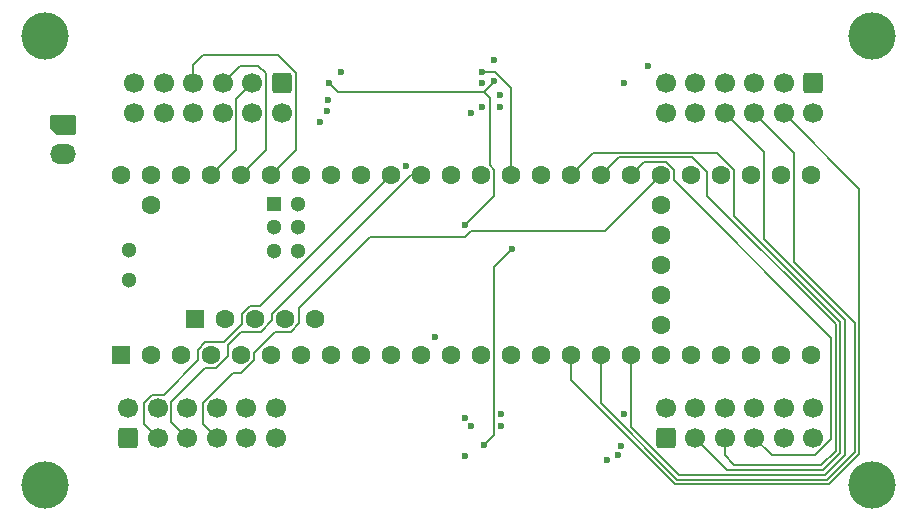
<source format=gbr>
%TF.GenerationSoftware,KiCad,Pcbnew,8.0.9-8.0.9-0~ubuntu22.04.1*%
%TF.CreationDate,2025-03-21T08:59:58-04:00*%
%TF.ProjectId,WS_Wheel_PCB,57535f57-6865-4656-9c5f-5043422e6b69,rev?*%
%TF.SameCoordinates,Original*%
%TF.FileFunction,Copper,L3,Inr*%
%TF.FilePolarity,Positive*%
%FSLAX46Y46*%
G04 Gerber Fmt 4.6, Leading zero omitted, Abs format (unit mm)*
G04 Created by KiCad (PCBNEW 8.0.9-8.0.9-0~ubuntu22.04.1) date 2025-03-21 08:59:58*
%MOMM*%
%LPD*%
G01*
G04 APERTURE LIST*
G04 Aperture macros list*
%AMRoundRect*
0 Rectangle with rounded corners*
0 $1 Rounding radius*
0 $2 $3 $4 $5 $6 $7 $8 $9 X,Y pos of 4 corners*
0 Add a 4 corners polygon primitive as box body*
4,1,4,$2,$3,$4,$5,$6,$7,$8,$9,$2,$3,0*
0 Add four circle primitives for the rounded corners*
1,1,$1+$1,$2,$3*
1,1,$1+$1,$4,$5*
1,1,$1+$1,$6,$7*
1,1,$1+$1,$8,$9*
0 Add four rect primitives between the rounded corners*
20,1,$1+$1,$2,$3,$4,$5,0*
20,1,$1+$1,$4,$5,$6,$7,0*
20,1,$1+$1,$6,$7,$8,$9,0*
20,1,$1+$1,$8,$9,$2,$3,0*%
%AMFreePoly0*
4,1,22,0.945671,0.830970,1.026777,0.776777,1.080970,0.695671,1.100000,0.600000,1.100000,-0.600000,1.080970,-0.695671,1.026777,-0.776777,0.945671,-0.830970,0.850000,-0.850000,-0.450000,-0.850000,-0.545671,-0.830970,-0.626777,-0.776777,-1.026777,-0.376777,-1.080970,-0.295671,-1.100000,-0.200000,-1.100000,0.600000,-1.080970,0.695671,-1.026777,0.776777,-0.945671,0.830970,-0.850000,0.850000,
0.850000,0.850000,0.945671,0.830970,0.945671,0.830970,$1*%
G04 Aperture macros list end*
%TA.AperFunction,ComponentPad*%
%ADD10R,1.600000X1.600000*%
%TD*%
%TA.AperFunction,ComponentPad*%
%ADD11C,1.600000*%
%TD*%
%TA.AperFunction,ComponentPad*%
%ADD12R,1.300000X1.300000*%
%TD*%
%TA.AperFunction,ComponentPad*%
%ADD13C,1.300000*%
%TD*%
%TA.AperFunction,ComponentPad*%
%ADD14FreePoly0,0.000000*%
%TD*%
%TA.AperFunction,ComponentPad*%
%ADD15O,2.200000X1.700000*%
%TD*%
%TA.AperFunction,ComponentPad*%
%ADD16RoundRect,0.250000X-0.600000X0.600000X-0.600000X-0.600000X0.600000X-0.600000X0.600000X0.600000X0*%
%TD*%
%TA.AperFunction,ComponentPad*%
%ADD17C,1.700000*%
%TD*%
%TA.AperFunction,ComponentPad*%
%ADD18RoundRect,0.250000X0.600000X-0.600000X0.600000X0.600000X-0.600000X0.600000X-0.600000X-0.600000X0*%
%TD*%
%TA.AperFunction,ViaPad*%
%ADD19C,4.000000*%
%TD*%
%TA.AperFunction,ViaPad*%
%ADD20C,0.600000*%
%TD*%
%TA.AperFunction,Conductor*%
%ADD21C,0.200000*%
%TD*%
G04 APERTURE END LIST*
D10*
%TO.N,unconnected-(U1-GND-Pad1)*%
%TO.C,U1*%
X118380000Y-70000000D03*
D11*
%TO.N,unconnected-(U1-0_RX1_CRX2_CS1-Pad2)*%
X120920000Y-70000000D03*
%TO.N,unconnected-(U1-1_TX1_CTX2_MISO1-Pad3)*%
X123460000Y-70000000D03*
%TO.N,Net-(LS1-SS{slash})*%
X126000000Y-70000000D03*
%TO.N,Net-(LS2-SS{slash})*%
X128540000Y-70000000D03*
%TO.N,Net-(LS4-SS{slash})*%
X131080000Y-70000000D03*
%TO.N,Net-(LS3-SS{slash})*%
X133620000Y-70000000D03*
%TO.N,Net-(C1-ENy)*%
X136160000Y-70000000D03*
%TO.N,Net-(C1-DirAy)*%
X138700000Y-70000000D03*
%TO.N,Net-(C1-DirBy)*%
X141240000Y-70000000D03*
%TO.N,unconnected-(U1-9_OUT1C-Pad11)*%
X143780000Y-70000000D03*
%TO.N,unconnected-(U1-10_CS_MQSR-Pad12)*%
X146320000Y-70000000D03*
%TO.N,Net-(LS1-MOSI)*%
X148860000Y-70000000D03*
%TO.N,Net-(LS1-MISO)*%
X151400000Y-70000000D03*
%TO.N,Net-(C1-3v3)*%
X153940000Y-70000000D03*
%TO.N,Net-(C2-ENy)*%
X156480000Y-70000000D03*
%TO.N,Net-(C2-DirAy)*%
X159020000Y-70000000D03*
%TO.N,Net-(C2-DirBy)*%
X161560000Y-70000000D03*
%TO.N,Net-(C3-ENy)*%
X164100000Y-70000000D03*
%TO.N,Net-(C3-DirAy)*%
X166640000Y-70000000D03*
%TO.N,Net-(C3-DirBy)*%
X169180000Y-70000000D03*
%TO.N,Net-(C4-ENy)*%
X171720000Y-70000000D03*
%TO.N,Net-(C4-DirAy)*%
X174260000Y-70000000D03*
%TO.N,Net-(C4-DirBy)*%
X176800000Y-70000000D03*
%TO.N,unconnected-(U1-33_MCLK2-Pad25)*%
X176800000Y-54760000D03*
%TO.N,unconnected-(U1-34_RX8-Pad26)*%
X174260000Y-54760000D03*
%TO.N,unconnected-(U1-35_TX8-Pad27)*%
X171720000Y-54760000D03*
%TO.N,unconnected-(U1-36_CS-Pad28)*%
X169180000Y-54760000D03*
%TO.N,unconnected-(U1-37_CS-Pad29)*%
X166640000Y-54760000D03*
%TO.N,Net-(C3-DirBx)*%
X164100000Y-54760000D03*
%TO.N,Net-(C4-DirBx)*%
X161560000Y-54760000D03*
%TO.N,Net-(C4-DirAx)*%
X159020000Y-54760000D03*
%TO.N,Net-(C4-ENx)*%
X156480000Y-54760000D03*
%TO.N,Net-(C1-GND)*%
X153940000Y-54760000D03*
%TO.N,Net-(LS1-SCK)*%
X151400000Y-54760000D03*
%TO.N,unconnected-(U1-14_A0_TX3_SPDIF_OUT-Pad36)*%
X148860000Y-54760000D03*
%TO.N,unconnected-(U1-15_A1_RX3_SPDIF_IN-Pad37)*%
X146320000Y-54760000D03*
%TO.N,Net-(C3-DirAx)*%
X143780000Y-54760000D03*
%TO.N,Net-(C3-ENx)*%
X141240000Y-54760000D03*
%TO.N,Net-(C2-DirBx)*%
X138700000Y-54760000D03*
%TO.N,Net-(C2-DirAx)*%
X136160000Y-54760000D03*
%TO.N,Net-(C2-ENx)*%
X133620000Y-54760000D03*
%TO.N,Net-(C1-DirBx)*%
X131080000Y-54760000D03*
%TO.N,Net-(C1-DirAx)*%
X128540000Y-54760000D03*
%TO.N,Net-(C1-ENx)*%
X126000000Y-54760000D03*
%TO.N,unconnected-(U1-3V3-Pad46)*%
X123460000Y-54760000D03*
%TO.N,Net-(J1-Pin_1)*%
X120920000Y-54760000D03*
%TO.N,Net-(J1-Pin_2)*%
X118380000Y-54760000D03*
%TO.N,unconnected-(U1-VUSB-Pad49)*%
X120920000Y-57300000D03*
%TO.N,unconnected-(U1-VBAT-Pad50)*%
X164100000Y-67460000D03*
%TO.N,unconnected-(U1-3V3-Pad51)*%
X164100000Y-64920000D03*
%TO.N,unconnected-(U1-GND-Pad52)*%
X164100000Y-62380000D03*
%TO.N,unconnected-(U1-PROGRAM-Pad53)*%
X164100000Y-59840000D03*
%TO.N,unconnected-(U1-ON_OFF-Pad54)*%
X164100000Y-57300000D03*
D10*
%TO.N,unconnected-(U1-5V-Pad55)*%
X124679200Y-66949200D03*
D11*
%TO.N,unconnected-(U1-D--Pad56)*%
X127219200Y-66949200D03*
%TO.N,unconnected-(U1-D+-Pad57)*%
X129759200Y-66949200D03*
%TO.N,unconnected-(U1-GND-Pad58)*%
X132299200Y-66949200D03*
%TO.N,unconnected-(U1-GND-Pad59)*%
X134839200Y-66949200D03*
D12*
%TO.N,unconnected-(U1-R+-Pad60)*%
X131350000Y-57198400D03*
D13*
%TO.N,unconnected-(U1-LED-Pad61)*%
X131350000Y-59198400D03*
%TO.N,unconnected-(U1-T--Pad62)*%
X131350000Y-61198400D03*
%TO.N,unconnected-(U1-T+-Pad63)*%
X133350000Y-61198400D03*
%TO.N,unconnected-(U1-GND-Pad64)*%
X133350000Y-59198400D03*
%TO.N,unconnected-(U1-R--Pad65)*%
X133350000Y-57198400D03*
%TO.N,unconnected-(U1-D--Pad66)*%
X119110000Y-61110000D03*
%TO.N,unconnected-(U1-D+-Pad67)*%
X119110000Y-63650000D03*
%TD*%
D14*
%TO.N,Net-(J1-Pin_1)*%
%TO.C,J1*%
X113500000Y-50500000D03*
D15*
%TO.N,Net-(J1-Pin_2)*%
X113500000Y-53000000D03*
%TD*%
D16*
%TO.N,Net-(C1-3v3)*%
%TO.C,C2*%
X177000000Y-47000000D03*
D17*
%TO.N,Net-(C2-ENx)*%
X174500000Y-47000000D03*
%TO.N,Net-(C2-DirAx)*%
X172000000Y-47000000D03*
%TO.N,Net-(C2-DirBx)*%
X169500000Y-47000000D03*
%TO.N,Net-(C2-EncAx)*%
X167000000Y-47000000D03*
%TO.N,Net-(C2-EncBx)*%
X164500000Y-47000000D03*
%TO.N,Net-(C1-GND)*%
X177000000Y-49500000D03*
%TO.N,Net-(C2-ENy)*%
X174500000Y-49500000D03*
%TO.N,Net-(C2-DirAy)*%
X172000000Y-49500000D03*
%TO.N,Net-(C2-DirBy)*%
X169500000Y-49500000D03*
%TO.N,Net-(C2-EncAy)*%
X167000000Y-49500000D03*
%TO.N,Net-(C2-EncBy)*%
X164500000Y-49500000D03*
%TD*%
D16*
%TO.N,Net-(C1-3v3)*%
%TO.C,C1*%
X132000000Y-47000000D03*
D17*
%TO.N,Net-(C1-ENx)*%
X129500000Y-47000000D03*
%TO.N,Net-(C1-DirAx)*%
X127000000Y-47000000D03*
%TO.N,Net-(C1-DirBx)*%
X124500000Y-47000000D03*
%TO.N,Net-(C1-EncAx)*%
X122000000Y-47000000D03*
%TO.N,Net-(C1-EncBx)*%
X119500000Y-47000000D03*
%TO.N,Net-(C1-GND)*%
X132000000Y-49500000D03*
%TO.N,Net-(C1-ENy)*%
X129500000Y-49500000D03*
%TO.N,Net-(C1-DirAy)*%
X127000000Y-49500000D03*
%TO.N,Net-(C1-DirBy)*%
X124500000Y-49500000D03*
%TO.N,Net-(C1-EncAy)*%
X122000000Y-49500000D03*
%TO.N,Net-(C1-EncBy)*%
X119500000Y-49500000D03*
%TD*%
D18*
%TO.N,Net-(C1-3v3)*%
%TO.C,C3*%
X119000000Y-77000000D03*
D17*
%TO.N,Net-(C3-ENx)*%
X121500000Y-77000000D03*
%TO.N,Net-(C3-DirAx)*%
X124000000Y-77000000D03*
%TO.N,Net-(C3-DirBx)*%
X126500000Y-77000000D03*
%TO.N,Net-(C3-EncAx)*%
X129000000Y-77000000D03*
%TO.N,Net-(C3-EncBx)*%
X131500000Y-77000000D03*
%TO.N,Net-(C1-GND)*%
X119000000Y-74500000D03*
%TO.N,Net-(C3-ENy)*%
X121500000Y-74500000D03*
%TO.N,Net-(C3-DirAy)*%
X124000000Y-74500000D03*
%TO.N,Net-(C3-DirBy)*%
X126500000Y-74500000D03*
%TO.N,Net-(C3-EncAy)*%
X129000000Y-74500000D03*
%TO.N,Net-(C3-EncBy)*%
X131500000Y-74500000D03*
%TD*%
D18*
%TO.N,Net-(C1-3v3)*%
%TO.C,C4*%
X164500000Y-77000000D03*
D17*
%TO.N,Net-(C4-ENx)*%
X167000000Y-77000000D03*
%TO.N,Net-(C4-DirAx)*%
X169500000Y-77000000D03*
%TO.N,Net-(C4-DirBx)*%
X172000000Y-77000000D03*
%TO.N,Net-(C4-EncAx)*%
X174500000Y-77000000D03*
%TO.N,Net-(C4-EncBx)*%
X177000000Y-77000000D03*
%TO.N,Net-(C1-GND)*%
X164500000Y-74500000D03*
%TO.N,Net-(C4-ENy)*%
X167000000Y-74500000D03*
%TO.N,Net-(C4-DirAy)*%
X169500000Y-74500000D03*
%TO.N,Net-(C4-DirBy)*%
X172000000Y-74500000D03*
%TO.N,Net-(C4-EncAy)*%
X174500000Y-74500000D03*
%TO.N,Net-(C4-EncBy)*%
X177000000Y-74500000D03*
%TD*%
D19*
%TO.N,*%
X112000000Y-43000000D03*
X112000000Y-81000000D03*
X182000000Y-81000000D03*
X182000000Y-43000000D03*
D20*
%TO.N,Net-(C1-EncAx)*%
X135837438Y-49314035D03*
%TO.N,Net-(C1-GND)*%
X145000000Y-68500000D03*
%TO.N,Net-(C1-EncAy)*%
X148000000Y-49500000D03*
%TO.N,Net-(C1-EncBx)*%
X135237438Y-50262562D03*
%TO.N,Net-(C1-EncBy)*%
X149000000Y-49000000D03*
%TO.N,Net-(C4-EncBx)*%
X160960000Y-75000000D03*
%TO.N,Net-(C2-EncAx)*%
X163000000Y-45500000D03*
X150500000Y-48000000D03*
%TO.N,Net-(C3-EncBx)*%
X147529271Y-75334129D03*
%TO.N,Net-(C3-EncAx)*%
X148000000Y-76000000D03*
%TO.N,Net-(C4-EncAy)*%
X150560000Y-75000000D03*
%TO.N,Net-(C4-EncBy)*%
X150560000Y-76000000D03*
%TO.N,Net-(LS1-MISO)*%
X150000000Y-46800000D03*
X136000000Y-47000000D03*
X147500000Y-59000000D03*
%TO.N,Net-(LS1-SCK)*%
X151500000Y-61000000D03*
X160500000Y-78487868D03*
X137000000Y-46050000D03*
X149102608Y-77625000D03*
X149000000Y-46000000D03*
%TO.N,Net-(LS1-MOSI)*%
X149000000Y-47000000D03*
X142488235Y-54011765D03*
X135884897Y-48418047D03*
X160758533Y-77730791D03*
%TO.N,Net-(LS2-SS{slash})*%
X150000000Y-45000000D03*
%TO.N,Net-(LS3-SS{slash})*%
X147500000Y-78525000D03*
%TO.N,Net-(LS4-SS{slash})*%
X159500000Y-78900000D03*
%TO.N,Net-(C2-EncBx)*%
X161000000Y-47000000D03*
X150500000Y-49000000D03*
%TD*%
D21*
%TO.N,Net-(C1-ENx)*%
X128150000Y-52610000D02*
X128150000Y-48350000D01*
X128150000Y-48350000D02*
X129500000Y-47000000D01*
X126000000Y-54760000D02*
X128150000Y-52610000D01*
%TO.N,Net-(C1-DirBx)*%
X131080000Y-54760000D02*
X133200000Y-52640000D01*
X131665456Y-44610000D02*
X125315076Y-44610000D01*
X133200000Y-46144544D02*
X131665456Y-44610000D01*
X133200000Y-52640000D02*
X133200000Y-46144544D01*
X125315076Y-44610000D02*
X124500000Y-45425076D01*
X124500000Y-45425076D02*
X124500000Y-47000000D01*
%TO.N,Net-(LS1-MISO)*%
X149600000Y-53944365D02*
X150000000Y-54344365D01*
X149097058Y-47751471D02*
X150000000Y-46848529D01*
X150000000Y-56500000D02*
X147500000Y-59000000D01*
X150000000Y-46848529D02*
X150000000Y-46800000D01*
X150000000Y-54344365D02*
X150000000Y-56500000D01*
X149600000Y-48254413D02*
X149600000Y-53944365D01*
X136751471Y-47751471D02*
X149097058Y-47751471D01*
X149097058Y-47751471D02*
X149600000Y-48254413D01*
X136000000Y-47000000D02*
X136751471Y-47751471D01*
%TO.N,Net-(LS1-SCK)*%
X149960000Y-62540000D02*
X151500000Y-61000000D01*
X149102608Y-77625000D02*
X149960000Y-76767608D01*
X149000000Y-46000000D02*
X150048529Y-46000000D01*
X149960000Y-76767608D02*
X149960000Y-62540000D01*
X150048529Y-46000000D02*
X151400000Y-47351471D01*
X151400000Y-47351471D02*
X151400000Y-54760000D01*
%TO.N,Net-(C1-DirAx)*%
X128540000Y-54760000D02*
X130650000Y-52650000D01*
X130000000Y-45500000D02*
X128500000Y-45500000D01*
X130650000Y-52650000D02*
X130650000Y-46150000D01*
X130650000Y-46150000D02*
X130000000Y-45500000D01*
X128500000Y-45500000D02*
X127000000Y-47000000D01*
%TO.N,Net-(C2-DirBy)*%
X179700000Y-67068628D02*
X179700000Y-78431372D01*
X172820000Y-60188628D02*
X179700000Y-67068628D01*
X165640000Y-80140000D02*
X161560000Y-76060000D01*
X179700000Y-78431372D02*
X177991372Y-80140000D01*
X177991372Y-80140000D02*
X165640000Y-80140000D01*
X172820000Y-52820000D02*
X172820000Y-60188628D01*
X161560000Y-76060000D02*
X161560000Y-70000000D01*
X169500000Y-49500000D02*
X172820000Y-52820000D01*
%TO.N,Net-(C2-DirAy)*%
X175360000Y-52860000D02*
X175360000Y-62162942D01*
X178157058Y-80540000D02*
X165474314Y-80540000D01*
X180500000Y-78197058D02*
X178157058Y-80540000D01*
X172000000Y-49500000D02*
X175360000Y-52860000D01*
X180500000Y-67302942D02*
X180500000Y-78197058D01*
X159020000Y-74085686D02*
X159020000Y-70000000D01*
X165474314Y-80540000D02*
X159020000Y-74085686D01*
X175360000Y-62162942D02*
X180500000Y-67302942D01*
%TO.N,Net-(C2-ENy)*%
X180900000Y-78362744D02*
X178322744Y-80940000D01*
X156480000Y-72111372D02*
X156480000Y-70000000D01*
X165308628Y-80940000D02*
X156480000Y-72111372D01*
X180900000Y-55900000D02*
X180900000Y-78362744D01*
X174500000Y-49500000D02*
X180900000Y-55900000D01*
X178322744Y-80940000D02*
X165308628Y-80940000D01*
%TO.N,Net-(C3-ENx)*%
X124900000Y-69544365D02*
X125544365Y-68900000D01*
X127100000Y-68900000D02*
X128659200Y-67340800D01*
X129303565Y-65849200D02*
X130150800Y-65849200D01*
X121023654Y-73350000D02*
X122005635Y-73350000D01*
X124900000Y-70455635D02*
X124900000Y-69544365D01*
X128659200Y-66493565D02*
X129303565Y-65849200D01*
X121500000Y-77000000D02*
X120350000Y-75850000D01*
X125544365Y-68900000D02*
X127100000Y-68900000D01*
X128659200Y-67340800D02*
X128659200Y-66493565D01*
X120350000Y-74023654D02*
X121023654Y-73350000D01*
X122005635Y-73350000D02*
X124900000Y-70455635D01*
X120350000Y-75850000D02*
X120350000Y-74023654D01*
X130150800Y-65849200D02*
X141240000Y-54760000D01*
%TO.N,Net-(C3-DirAx)*%
X142932765Y-54760000D02*
X143780000Y-54760000D01*
X128516486Y-68049200D02*
X130214835Y-68049200D01*
X124000000Y-77000000D02*
X122650000Y-75650000D01*
X127440000Y-69125686D02*
X128516486Y-68049200D01*
X125544365Y-71100000D02*
X126455635Y-71100000D01*
X130214835Y-68049200D02*
X131199200Y-67064835D01*
X131199200Y-67064835D02*
X131199200Y-66493565D01*
X126455635Y-71100000D02*
X127440000Y-70115635D01*
X122650000Y-75650000D02*
X122650000Y-73994365D01*
X122650000Y-73994365D02*
X125544365Y-71100000D01*
X127440000Y-70115635D02*
X127440000Y-69125686D01*
X131199200Y-66493565D02*
X142932765Y-54760000D01*
%TO.N,Net-(C4-ENx)*%
X179300000Y-78265686D02*
X177825686Y-79740000D01*
X170280000Y-54304365D02*
X170280000Y-58214314D01*
X158380000Y-52860000D02*
X168835635Y-52860000D01*
X168835635Y-52860000D02*
X170280000Y-54304365D01*
X169740000Y-79740000D02*
X167000000Y-77000000D01*
X179300000Y-67234314D02*
X179300000Y-78265686D01*
X156480000Y-54760000D02*
X158380000Y-52860000D01*
X170280000Y-58214314D02*
X179300000Y-67234314D01*
X177825686Y-79740000D02*
X169740000Y-79740000D01*
%TO.N,Net-(C4-DirBx)*%
X165200000Y-55215635D02*
X178500000Y-68515635D01*
X178500000Y-68515635D02*
X178500000Y-77126346D01*
X178500000Y-77126346D02*
X177126346Y-78500000D01*
X161560000Y-54760000D02*
X162660000Y-53660000D01*
X164555635Y-53660000D02*
X165200000Y-54304365D01*
X162660000Y-53660000D02*
X164555635Y-53660000D01*
X165200000Y-54304365D02*
X165200000Y-55215635D01*
X173500000Y-78500000D02*
X172000000Y-77000000D01*
X177126346Y-78500000D02*
X173500000Y-78500000D01*
%TO.N,Net-(C4-DirAx)*%
X169500000Y-78504214D02*
X169500000Y-77000000D01*
X178900000Y-67400000D02*
X178900000Y-78100000D01*
X166760000Y-53260000D02*
X168000000Y-54500000D01*
X168000000Y-54500000D02*
X168000000Y-56500000D01*
X178900000Y-78100000D02*
X177660000Y-79340000D01*
X159020000Y-54760000D02*
X160520000Y-53260000D01*
X160520000Y-53260000D02*
X166760000Y-53260000D01*
X177660000Y-79340000D02*
X170335786Y-79340000D01*
X168000000Y-56500000D02*
X178900000Y-67400000D01*
X170335786Y-79340000D02*
X169500000Y-78504214D01*
%TO.N,Net-(C3-DirBx)*%
X139500000Y-60000000D02*
X147500000Y-60000000D01*
X129640000Y-70455635D02*
X129640000Y-69860001D01*
X125350000Y-75850000D02*
X125350000Y-74023654D01*
X132754835Y-68049200D02*
X133500000Y-67304035D01*
X128595635Y-71500000D02*
X129640000Y-70455635D01*
X133500000Y-66000000D02*
X139500000Y-60000000D01*
X131450801Y-68049200D02*
X132754835Y-68049200D01*
X147500000Y-60000000D02*
X148000000Y-59500000D01*
X129640000Y-69860001D02*
X131450801Y-68049200D01*
X148000000Y-59500000D02*
X159360000Y-59500000D01*
X126500000Y-77000000D02*
X125350000Y-75850000D01*
X133500000Y-67304035D02*
X133500000Y-66000000D01*
X125350000Y-74023654D02*
X127873654Y-71500000D01*
X127873654Y-71500000D02*
X128595635Y-71500000D01*
X159360000Y-59500000D02*
X164100000Y-54760000D01*
%TD*%
M02*

</source>
